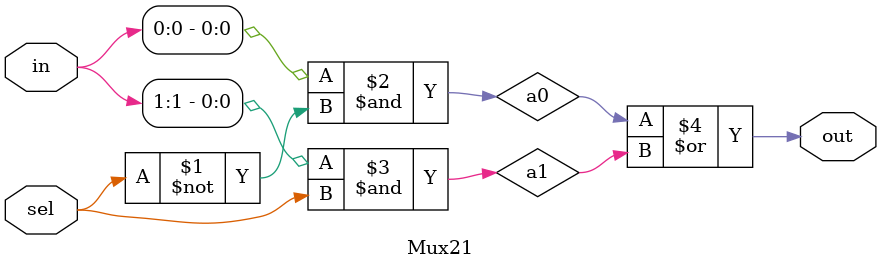
<source format=v>
module Mux21 (out, in, sel);
	input [1:0] in;
	input sel;
	output out;

	wire a0, a1;

	and and0(a0, in[0], ~sel);
	and and1(a1, in[1], sel);
	or or0(out, a0, a1);

endmodule

</source>
